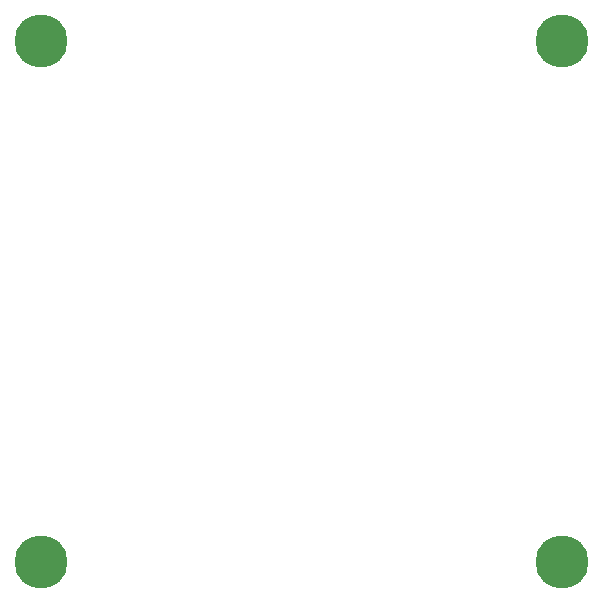
<source format=gbr>
%TF.GenerationSoftware,KiCad,Pcbnew,8.0.1*%
%TF.CreationDate,2024-05-01T12:00:52+09:00*%
%TF.ProjectId,trackpad_holder,74726163-6b70-4616-945f-686f6c646572,v1.0.0*%
%TF.SameCoordinates,Original*%
%TF.FileFunction,Soldermask,Bot*%
%TF.FilePolarity,Negative*%
%FSLAX46Y46*%
G04 Gerber Fmt 4.6, Leading zero omitted, Abs format (unit mm)*
G04 Created by KiCad (PCBNEW 8.0.1) date 2024-05-01 12:00:52*
%MOMM*%
%LPD*%
G01*
G04 APERTURE LIST*
%ADD10C,0.800000*%
%ADD11C,4.500000*%
G04 APERTURE END LIST*
D10*
%TO.C,_1*%
X229078031Y-94432502D03*
D11*
X227911305Y-93265776D03*
D10*
X227911305Y-94915776D03*
X229078031Y-92099050D03*
X226261305Y-93265776D03*
X226744579Y-92099050D03*
X226744579Y-94432502D03*
X229561305Y-93265776D03*
X227911305Y-91615776D03*
%TD*%
%TO.C,_2*%
X184948031Y-94432502D03*
D11*
X183781305Y-93265776D03*
D10*
X183781305Y-94915776D03*
X184948031Y-92099050D03*
X182131305Y-93265776D03*
X182614579Y-92099050D03*
X182614579Y-94432502D03*
X185431305Y-93265776D03*
X183781305Y-91615776D03*
%TD*%
%TO.C,_3*%
X229078031Y-138562502D03*
D11*
X227911305Y-137395776D03*
D10*
X227911305Y-139045776D03*
X229078031Y-136229050D03*
X226261305Y-137395776D03*
X226744579Y-136229050D03*
X226744579Y-138562502D03*
X229561305Y-137395776D03*
X227911305Y-135745776D03*
%TD*%
%TO.C,_4*%
X184948031Y-138562502D03*
D11*
X183781305Y-137395776D03*
D10*
X183781305Y-139045776D03*
X184948031Y-136229050D03*
X182131305Y-137395776D03*
X182614579Y-136229050D03*
X182614579Y-138562502D03*
X185431305Y-137395776D03*
X183781305Y-135745776D03*
%TD*%
M02*

</source>
